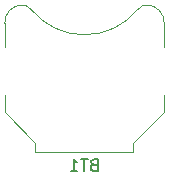
<source format=gbr>
G04 #@! TF.GenerationSoftware,KiCad,Pcbnew,(5.0.0)*
G04 #@! TF.CreationDate,2018-08-09T23:53:02+02:00*
G04 #@! TF.ProjectId,Initial,496E697469616C2E6B696361645F7063,rev?*
G04 #@! TF.SameCoordinates,Original*
G04 #@! TF.FileFunction,Legend,Bot*
G04 #@! TF.FilePolarity,Positive*
%FSLAX46Y46*%
G04 Gerber Fmt 4.6, Leading zero omitted, Abs format (unit mm)*
G04 Created by KiCad (PCBNEW (5.0.0)) date 08/09/18 23:53:02*
%MOMM*%
%LPD*%
G01*
G04 APERTURE LIST*
%ADD10C,0.120000*%
%ADD11C,0.150000*%
G04 APERTURE END LIST*
D10*
G04 #@! TO.C,BT1*
X137304115Y-36960840D02*
G75*
G03X136389500Y-37345000I-124615J-984160D01*
G01*
X126474885Y-36960840D02*
G75*
G02X127389500Y-37345000I124615J-984160D01*
G01*
X136380161Y-37356329D02*
G75*
G02X127389500Y-37345000I-4490661J3711329D01*
G01*
X138639500Y-38495000D02*
G75*
G03X137189500Y-36945000I-1500000J50000D01*
G01*
X125139500Y-38495000D02*
G75*
G02X126589500Y-36945000I1500000J50000D01*
G01*
X138639500Y-40545000D02*
X138639500Y-38445000D01*
X125139500Y-40545000D02*
X125139500Y-38445000D01*
X125139500Y-44545000D02*
X125139500Y-45995000D01*
X125139500Y-45995000D02*
X127739500Y-48595000D01*
X127739500Y-48595000D02*
X127739500Y-49395000D01*
X127739500Y-49395000D02*
X136039500Y-49395000D01*
X136039500Y-49395000D02*
X136039500Y-48595000D01*
X136039500Y-48595000D02*
X138639500Y-45995000D01*
X138639500Y-45995000D02*
X138639500Y-44545000D01*
D11*
X132675214Y-50473571D02*
X132532357Y-50521190D01*
X132484738Y-50568809D01*
X132437119Y-50664047D01*
X132437119Y-50806904D01*
X132484738Y-50902142D01*
X132532357Y-50949761D01*
X132627595Y-50997380D01*
X133008547Y-50997380D01*
X133008547Y-49997380D01*
X132675214Y-49997380D01*
X132579976Y-50045000D01*
X132532357Y-50092619D01*
X132484738Y-50187857D01*
X132484738Y-50283095D01*
X132532357Y-50378333D01*
X132579976Y-50425952D01*
X132675214Y-50473571D01*
X133008547Y-50473571D01*
X132151404Y-49997380D02*
X131579976Y-49997380D01*
X131865690Y-50997380D02*
X131865690Y-49997380D01*
X130722833Y-50997380D02*
X131294261Y-50997380D01*
X131008547Y-50997380D02*
X131008547Y-49997380D01*
X131103785Y-50140238D01*
X131199023Y-50235476D01*
X131294261Y-50283095D01*
G04 #@! TD*
M02*

</source>
